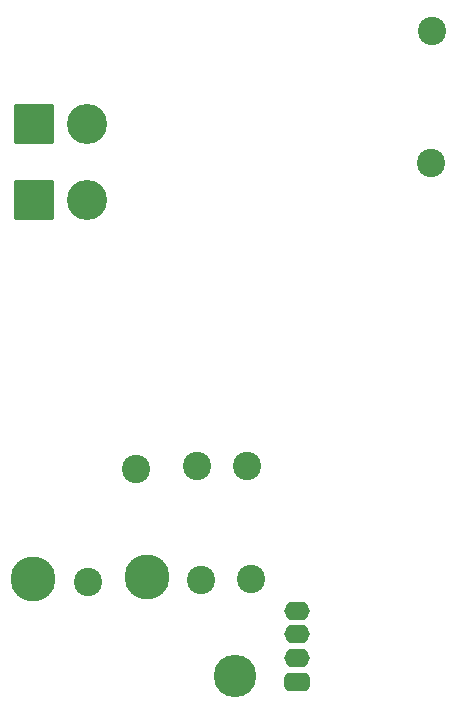
<source format=gbr>
G04 #@! TF.GenerationSoftware,KiCad,Pcbnew,7.0.0-da2b9df05c~163~ubuntu22.04.1*
G04 #@! TF.CreationDate,2023-03-30T16:17:32+09:00*
G04 #@! TF.ProjectId,staticdetector,73746174-6963-4646-9574-6563746f722e,rev?*
G04 #@! TF.SameCoordinates,Original*
G04 #@! TF.FileFunction,Soldermask,Bot*
G04 #@! TF.FilePolarity,Negative*
%FSLAX46Y46*%
G04 Gerber Fmt 4.6, Leading zero omitted, Abs format (unit mm)*
G04 Created by KiCad (PCBNEW 7.0.0-da2b9df05c~163~ubuntu22.04.1) date 2023-03-30 16:17:32*
%MOMM*%
%LPD*%
G01*
G04 APERTURE LIST*
G04 Aperture macros list*
%AMRoundRect*
0 Rectangle with rounded corners*
0 $1 Rounding radius*
0 $2 $3 $4 $5 $6 $7 $8 $9 X,Y pos of 4 corners*
0 Add a 4 corners polygon primitive as box body*
4,1,4,$2,$3,$4,$5,$6,$7,$8,$9,$2,$3,0*
0 Add four circle primitives for the rounded corners*
1,1,$1+$1,$2,$3*
1,1,$1+$1,$4,$5*
1,1,$1+$1,$6,$7*
1,1,$1+$1,$8,$9*
0 Add four rect primitives between the rounded corners*
20,1,$1+$1,$2,$3,$4,$5,0*
20,1,$1+$1,$4,$5,$6,$7,0*
20,1,$1+$1,$6,$7,$8,$9,0*
20,1,$1+$1,$8,$9,$2,$3,0*%
G04 Aperture macros list end*
%ADD10C,3.800000*%
%ADD11C,2.400000*%
%ADD12C,3.400000*%
%ADD13RoundRect,0.200000X-1.500000X-1.500000X1.500000X-1.500000X1.500000X1.500000X-1.500000X1.500000X0*%
%ADD14C,3.600000*%
%ADD15O,2.150000X1.600000*%
%ADD16RoundRect,0.450000X0.625000X-0.350000X0.625000X0.350000X-0.625000X0.350000X-0.625000X-0.350000X0*%
G04 APERTURE END LIST*
D10*
X112900000Y-109300000D03*
X122500000Y-109100000D03*
D11*
X126750000Y-99750000D03*
X121600000Y-100000000D03*
X131000000Y-99750000D03*
X146600000Y-74100000D03*
X146650000Y-62950000D03*
X131300000Y-109300000D03*
D12*
X117450000Y-70750000D03*
X117450000Y-77250000D03*
D13*
X112950000Y-70750000D03*
X112950000Y-77250000D03*
D11*
X117500000Y-109600000D03*
X127100000Y-109400000D03*
D14*
X130000000Y-117500000D03*
D15*
X135249999Y-111999999D03*
X135249999Y-113999999D03*
X135249999Y-115999999D03*
D16*
X135250000Y-118000000D03*
M02*

</source>
